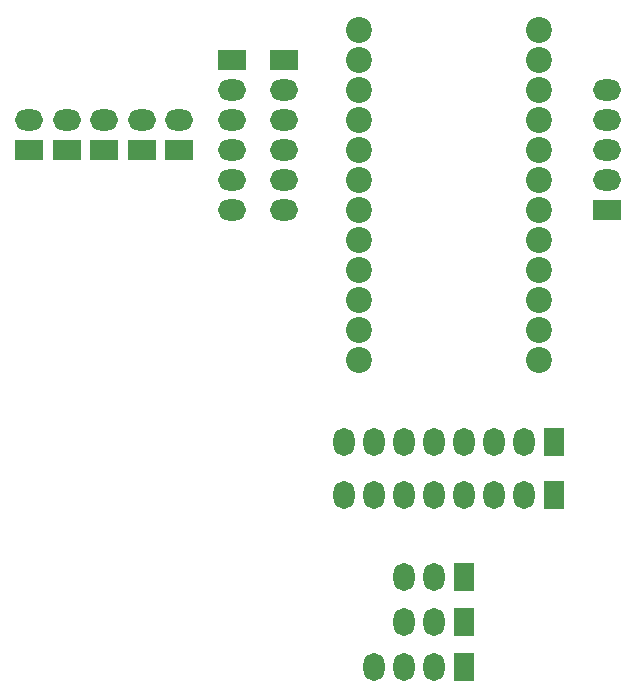
<source format=gbr>
G04 --- HEADER BEGIN --- *
G04 #@! TF.GenerationSoftware,LibrePCB,LibrePCB,0.1.7*
G04 #@! TF.CreationDate,2023-06-03T19:29:22*
G04 #@! TF.ProjectId,THQRightThrottle,1801acc5-9244-403a-a77d-ebbcc31c52c0,v1*
G04 #@! TF.Part,Single*
G04 #@! TF.SameCoordinates*
G04 #@! TF.FileFunction,Soldermask,Top*
G04 #@! TF.FilePolarity,Negative*
%FSLAX66Y66*%
%MOMM*%
G01*
G75*
G04 --- HEADER END --- *
G04 --- APERTURE LIST BEGIN --- *
%ADD10R,2.39X1.787*%
%ADD11O,2.39X1.787*%
%ADD12O,1.787X2.39*%
%ADD13R,1.787X2.39*%
%ADD14C,2.2*%
G04 --- APERTURE LIST END --- *
G04 --- BOARD BEGIN --- *
D10*
G04 #@! TO.C,J_HAT*
X-13970000Y8255000D03*
D11*
X-13970000Y3175000D03*
X-13970000Y-4445000D03*
X-13970000Y635000D03*
X-13970000Y5715000D03*
X-13970000Y-1905000D03*
D12*
G04 #@! TO.C,J_2WAY2*
X-3810000Y-35560000D03*
D13*
X1270000Y-35560000D03*
D12*
X-1270000Y-35560000D03*
D11*
G04 #@! TO.C,J_TDC*
X13335000Y-1905000D03*
X13335000Y5715000D03*
X13335000Y635000D03*
D10*
X13335000Y-4445000D03*
D11*
X13335000Y3175000D03*
D12*
G04 #@! TO.C,J_3WAY*
X-3810000Y-43180000D03*
X-1270000Y-43180000D03*
X-6350000Y-43180000D03*
D13*
X1270000Y-43180000D03*
D11*
G04 #@! TO.C,J_PUSH*
X-35560000Y3175000D03*
D10*
X-35560000Y635000D03*
D11*
G04 #@! TO.C,J_DOWN*
X-29210000Y3175000D03*
D10*
X-29210000Y635000D03*
D11*
G04 #@! TO.C,J_LEFT*
X-22860000Y3175000D03*
D10*
X-22860000Y635000D03*
D14*
G04 #@! TO.C,U_PRO_MICRO*
X7620000Y-6985000D03*
X-7620000Y-4445000D03*
X7620000Y5715000D03*
X-7620000Y8255000D03*
X7620000Y10795000D03*
X-7620000Y-6985000D03*
X-7620000Y-9525000D03*
X7620000Y-4445000D03*
X-7620000Y3175000D03*
X7620000Y-17145000D03*
X-7620000Y5715000D03*
X7620000Y-12065000D03*
X-7620000Y-14605000D03*
X7620000Y-14605000D03*
X-7620000Y-1905000D03*
X-7620000Y-12065000D03*
X-7620000Y-17145000D03*
X-7620000Y635000D03*
X7620000Y8255000D03*
X7620000Y635000D03*
X7620000Y-9525000D03*
X7620000Y-1905000D03*
X-7620000Y10795000D03*
X7620000Y3175000D03*
D12*
G04 #@! TO.C,J_2WAY1*
X-3810000Y-39370000D03*
D13*
X1270000Y-39370000D03*
D12*
X-1270000Y-39370000D03*
D11*
G04 #@! TO.C,J_RIGHT*
X-26035000Y3175000D03*
D10*
X-26035000Y635000D03*
D11*
G04 #@! TO.C,J_UP*
X-32385000Y3175000D03*
D10*
X-32385000Y635000D03*
D12*
G04 #@! TO.C,J_SWITCHES2*
X-3810000Y-28575000D03*
X1270000Y-28575000D03*
X3810000Y-28575000D03*
X-8890000Y-28575000D03*
D13*
X8890000Y-28575000D03*
D12*
X6350000Y-28575000D03*
X-1270000Y-28575000D03*
X-6350000Y-28575000D03*
G04 #@! TO.C,J_SWITCHES*
X-3810000Y-24130000D03*
X1270000Y-24130000D03*
X3810000Y-24130000D03*
X-8890000Y-24130000D03*
D13*
X8890000Y-24130000D03*
D12*
X6350000Y-24130000D03*
X-1270000Y-24130000D03*
X-6350000Y-24130000D03*
D10*
G04 #@! TO.C,J_HAT2*
X-18415000Y8255000D03*
D11*
X-18415000Y3175000D03*
X-18415000Y-4445000D03*
X-18415000Y635000D03*
X-18415000Y5715000D03*
X-18415000Y-1905000D03*
G04 --- BOARD END --- *
G04 #@! TF.MD5,74fceeb5aae9d5c69b551706abe82fbb*
M02*

</source>
